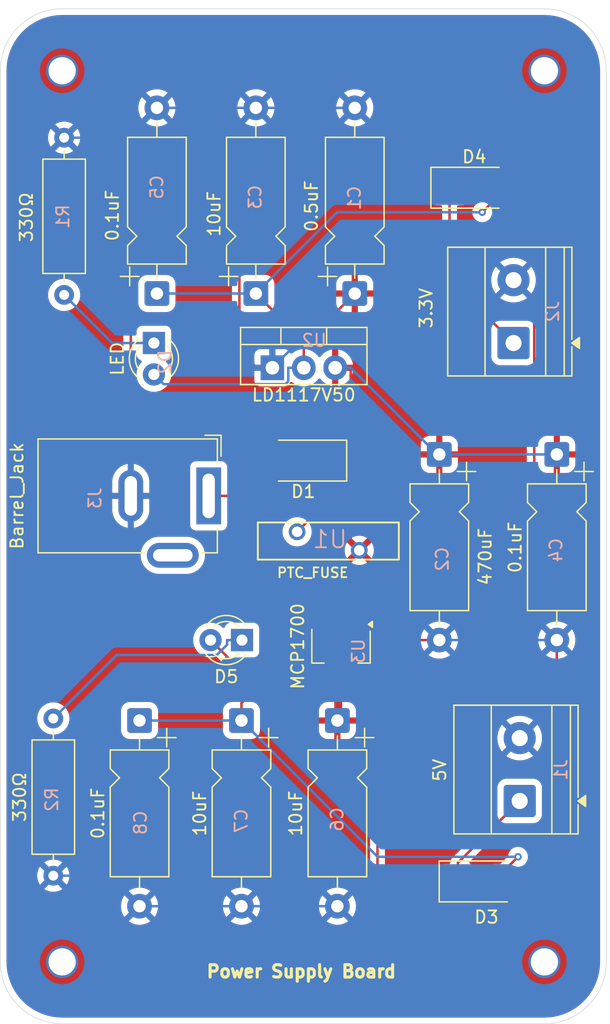
<source format=kicad_pcb>
(kicad_pcb (version 20241229) (generator "pcbnew") (generator_version "9.0")
  (layers (0 "F.Cu" signal) (2 "B.Cu" signal) (13 "F.Paste" user) (15 "B.Paste" user) (5 "F.SilkS" user "F.Silkscreen") (7 "B.SilkS" user "B.Silkscreen") (1 "F.Mask" user) (3 "B.Mask" user) (25 "Edge.Cuts" user))
  (net 0 "")
  (net 1 "/VR")
  (net 2 "GND")
  (net 3 "/5V")
  (net 4 "/3.3V")
  (net 5 "Net-(D1-A)")
  (net 6 "Net-(D1-K)")
  (net 7 "Net-(D2-K)")
  (net 8 "Net-(D3-K)")
  (net 9 "Net-(D4-K)")
  (net 10 "Net-(D5-K)")
  (footprint "Fuse:PTC_FUSE" (layer "F.Cu") (at 104.4895 71.8145)
    (property "Reference" "U1" (at 0.1355 -0.1395 0) (layer "B.SilkS") (effects (font (size 1.4 1.4)) (justify mirror)))
    (property "Value" "PTC_FUSE" (at -1.2645 2.5605 0) (layer "F.SilkS") (effects (font (size 0.787402 0.787402))))
    (fp_line (start -5.7 -1.5) (end -5.7 1.5) (stroke (width 0.1524)) (layer "F.SilkS"))
    (fp_line (start -5.7 1.5) (end 5.7 1.5) (stroke (width 0.1524)) (layer "F.SilkS"))
    (fp_line (start 5.7 -1.5) (end -5.7 -1.5) (stroke (width 0.1524)) (layer "F.SilkS"))
    (fp_line (start 5.7 1.5) (end 5.7 -1.5) (stroke (width 0.1524)) (layer "F.SilkS"))
    (pad "P$1" thru_hole circle (at -2.525 -0.75) (size 1.358 1.358) (drill 0.85) (layers "*.Cu" "*.Mask") (net 6 "Net-(D1-K)"))
    (pad "P$2" thru_hole circle (at 2.5 0.75) (size 1.358 1.358) (drill 0.85) (layers "*.Cu" "*.Mask") (net 1 "/VR"))
  )
  (footprint "Diode_SMD:D_SMA" (layer "F.Cu") (at 102.4645 65.3145 180)
    (property "Reference" "D1" (at 0 -2.5 0) (layer "F.SilkS"))
    (property "Value" "SS14")
    (fp_line (start -3.51 1.65) (end 2 1.65) (stroke (width 0.12)) (layer "F.SilkS"))
    (fp_line (start -3.51 -1.65) (end 2 -1.65) (stroke (width 0.12)) (layer "F.SilkS"))
    (fp_line (start -3.51 -1.65) (end -3.51 1.65) (stroke (width 0.12)) (layer "F.SilkS"))
    (pad "1" smd roundrect (at -2 0 180) (size 2.5 1.8) (layers "F.Cu" "F.Mask" "F.Paste") (roundrect_rratio 0.1388888889) (net 6 "Net-(D1-K)"))
    (pad "2" smd roundrect (at 2 0 180) (size 2.5 1.8) (layers "F.Cu" "F.Mask" "F.Paste") (roundrect_rratio 0.1388888889) (net 5 "Net-(D1-A)"))
  )
  (footprint "TerminalBlock_Phoenix:TerminalBlock_Phoenix_MKDS-1,5-2-5.08_1x02_P5.08mm_Horizontal" (layer "F.Cu") (at 119.9645 92.8145 90)
    (property "Reference" "J1" (at 2.5145 3.3355 90) (layer "B.SilkS") (effects (justify mirror)))
    (property "Value" "5V" (at 2.4895 -6.4645 90) (layer "F.SilkS"))
    (fp_line (start 7.74 -5.32) (end 7.74 4.72) (stroke (width 0.12)) (layer "F.SilkS"))
    (fp_line (start -2.66 -5.32) (end 7.74 -5.32) (stroke (width 0.12)) (layer "F.SilkS"))
    (fp_line (start -2.66 -2.3) (end 7.74 -2.3) (stroke (width 0.12)) (layer "F.SilkS"))
    (fp_line (start -2.66 2.6) (end 7.74 2.6) (stroke (width 0.12)) (layer "F.SilkS"))
    (fp_line (start -2.66 4.1) (end 7.74 4.1) (stroke (width 0.12)) (layer "F.SilkS"))
    (fp_line (start 7.74 4.72) (end 0.3 4.72) (stroke (width 0.12)) (layer "F.SilkS"))
    (fp_line (start -0.3 4.72) (end -2.66 4.72) (stroke (width 0.12)) (layer "F.SilkS"))
    (fp_line (start -2.66 4.72) (end -2.66 -5.32) (stroke (width 0.12)) (layer "F.SilkS"))
    (fp_poly (pts (xy 0 4.72) (xy 0.44 5.33) (xy -0.44 5.33)) (stroke (width 0.12)) (fill yes) (layer "F.SilkS"))
    (pad "1" thru_hole roundrect (at 0 0 90) (size 2.6 2.6) (drill 1.3) (layers "*.Cu" "*.Mask") (roundrect_rratio 0.096154) (net 8 "Net-(D3-K)"))
    (pad "2" thru_hole circle (at 5.08 0 90) (size 2.6 2.6) (drill 1.3) (layers "*.Cu" "*.Mask") (net 2 "GND"))
  )
  (footprint "Resistor_THT:R_Axial_DIN0309_L9.0mm_D3.2mm_P12.70mm_Horizontal" (layer "F.Cu") (at 83.125 51.925 90)
    (property "Reference" "R1" (at 6.325 -0.1 90) (layer "B.SilkS") (effects (justify mirror)))
    (property "Value" "330Ω" (at 6.275 -3.05 90) (layer "F.SilkS"))
    (fp_line (start 11.66 0) (end 10.97 0) (stroke (width 0.12)) (layer "F.SilkS"))
    (fp_line (start 1.04 0) (end 1.73 0) (stroke (width 0.12)) (layer "F.SilkS"))
    (fp_rect (start 1.73 -1.72) (end 10.97 1.72) (stroke (width 0.12)) (fill no) (layer "F.SilkS"))
    (pad "1" thru_hole circle (at 0 0 90) (size 1.6 1.6) (drill 0.8) (layers "*.Cu" "*.Mask") (net 7 "Net-(D2-K)"))
    (pad "2" thru_hole circle (at 12.7 0 90) (size 1.6 1.6) (drill 0.8) (layers "*.Cu" "*.Mask") (net 2 "GND"))
  )
  (footprint "Package_TO_SOT_THT:TO-220-3_Vertical" (layer "F.Cu") (at 99.9645 57.8145)
    (property "Reference" "U2" (at 3.3855 -2.2145 0) (layer "B.SilkS") (effects (justify mirror)))
    (property "Value" "LD1117V50" (at 2.54 2.2 0) (layer "F.SilkS"))
    (fp_line (start -2.57 -3.26) (end 7.65 -3.26) (stroke (width 0.12)) (layer "F.SilkS"))
    (fp_line (start -2.57 -1.88) (end 7.65 -1.88) (stroke (width 0.12)) (layer "F.SilkS"))
    (fp_line (start -2.57 1.36) (end -2.57 -3.26) (stroke (width 0.12)) (layer "F.SilkS"))
    (fp_line (start 0.69 -3.26) (end 0.69 -1.88) (stroke (width 0.12)) (layer "F.SilkS"))
    (fp_line (start 4.39 -3.26) (end 4.39 -1.88) (stroke (width 0.12)) (layer "F.SilkS"))
    (fp_line (start 7.65 -3.26) (end 7.65 1.36) (stroke (width 0.12)) (layer "F.SilkS"))
    (fp_line (start 7.65 1.36) (end -2.57 1.36) (stroke (width 0.12)) (layer "F.SilkS"))
    (pad "1" thru_hole rect (at 0 0) (size 1.905 2) (drill 1.1) (layers "*.Cu" "*.Mask") (net 2 "GND"))
    (pad "2" thru_hole oval (at 2.54 0) (size 1.905 2) (drill 1.1) (layers "*.Cu" "*.Mask") (net 3 "/5V"))
    (pad "3" thru_hole oval (at 5.08 0) (size 1.905 2) (drill 1.1) (layers "*.Cu" "*.Mask") (net 1 "/VR"))
  )
  (footprint "Capacitor_THT:CP_Axial_L10.0mm_D4.5mm_P15.00mm_Horizontal" (layer "F.Cu") (at 122.9645 64.8145 -90)
    (property "Reference" "C4" (at 7.7355 0.0645 90) (layer "B.SilkS") (effects (justify mirror)))
    (property "Value" "0.1uF" (at 7.5 3.37 90) (layer "F.SilkS"))
    (fp_line (start 2.38 2.37) (end 3.88 2.37) (stroke (width 0.12)) (layer "F.SilkS"))
    (fp_line (start 3.88 2.37) (end 4.63 1.62) (stroke (width 0.12)) (layer "F.SilkS"))
    (fp_line (start 5.38 2.37) (end 12.62 2.37) (stroke (width 0.12)) (layer "F.SilkS"))
    (fp_line (start 4.63 1.62) (end 5.38 2.37) (stroke (width 0.12)) (layer "F.SilkS"))
    (fp_line (start 1.24 0) (end 2.38 0) (stroke (width 0.12)) (layer "F.SilkS"))
    (fp_line (start 13.76 0) (end 12.62 0) (stroke (width 0.12)) (layer "F.SilkS"))
    (fp_line (start 4.63 -1.62) (end 5.38 -2.37) (stroke (width 0.12)) (layer "F.SilkS"))
    (fp_line (start 0.63 -2.2) (end 2.13 -2.2) (stroke (width 0.12)) (layer "F.SilkS"))
    (fp_line (start 2.38 -2.37) (end 2.38 2.37) (stroke (width 0.12)) (layer "F.SilkS"))
    (fp_line (start 2.38 -2.37) (end 3.88 -2.37) (stroke (width 0.12)) (layer "F.SilkS"))
    (fp_line (start 3.88 -2.37) (end 4.63 -1.62) (stroke (width 0.12)) (layer "F.SilkS"))
    (fp_line (start 5.38 -2.37) (end 12.62 -2.37) (stroke (width 0.12)) (layer "F.SilkS"))
    (fp_line (start 12.62 -2.37) (end 12.62 2.37) (stroke (width 0.12)) (layer "F.SilkS"))
    (fp_line (start 1.38 -2.95) (end 1.38 -1.45) (stroke (width 0.12)) (layer "F.SilkS"))
    (pad "1" thru_hole roundrect (at 0 0 270) (size 2 2) (drill 1) (layers "*.Cu" "*.Mask") (roundrect_rratio 0.125) (net 1 "/VR"))
    (pad "2" thru_hole circle (at 15 0 270) (size 2 2) (drill 1) (layers "*.Cu" "*.Mask") (net 2 "GND"))
  )
  (footprint "Capacitor_THT:CP_Axial_L10.0mm_D4.5mm_P15.00mm_Horizontal" (layer "F.Cu") (at 98.627 51.8145 90)
    (property "Reference" "C3" (at 7.7895 -0.052 90) (layer "B.SilkS") (effects (justify mirror)))
    (property "Value" "10uF" (at 6.4395 -3.377 90) (layer "F.SilkS"))
    (fp_line (start 1.38 -2.95) (end 1.38 -1.45) (stroke (width 0.12)) (layer "F.SilkS"))
    (fp_line (start 12.62 -2.37) (end 12.62 2.37) (stroke (width 0.12)) (layer "F.SilkS"))
    (fp_line (start 5.38 -2.37) (end 12.62 -2.37) (stroke (width 0.12)) (layer "F.SilkS"))
    (fp_line (start 3.88 -2.37) (end 4.63 -1.62) (stroke (width 0.12)) (layer "F.SilkS"))
    (fp_line (start 2.38 -2.37) (end 3.88 -2.37) (stroke (width 0.12)) (layer "F.SilkS"))
    (fp_line (start 2.38 -2.37) (end 2.38 2.37) (stroke (width 0.12)) (layer "F.SilkS"))
    (fp_line (start 0.63 -2.2) (end 2.13 -2.2) (stroke (width 0.12)) (layer "F.SilkS"))
    (fp_line (start 4.63 -1.62) (end 5.38 -2.37) (stroke (width 0.12)) (layer "F.SilkS"))
    (fp_line (start 13.76 0) (end 12.62 0) (stroke (width 0.12)) (layer "F.SilkS"))
    (fp_line (start 1.24 0) (end 2.38 0) (stroke (width 0.12)) (layer "F.SilkS"))
    (fp_line (start 4.63 1.62) (end 5.38 2.37) (stroke (width 0.12)) (layer "F.SilkS"))
    (fp_line (start 5.38 2.37) (end 12.62 2.37) (stroke (width 0.12)) (layer "F.SilkS"))
    (fp_line (start 3.88 2.37) (end 4.63 1.62) (stroke (width 0.12)) (layer "F.SilkS"))
    (fp_line (start 2.38 2.37) (end 3.88 2.37) (stroke (width 0.12)) (layer "F.SilkS"))
    (pad "1" thru_hole roundrect (at 0 0 90) (size 2 2) (drill 1) (layers "*.Cu" "*.Mask") (roundrect_rratio 0.125) (net 3 "/5V"))
    (pad "2" thru_hole circle (at 15 0 90) (size 2 2) (drill 1) (layers "*.Cu" "*.Mask") (net 2 "GND"))
  )
  (footprint "Connector_BarrelJack:BarrelJack_GCT_DCJ200-10-A_Horizontal" (layer "F.Cu") (at 94.8145 68.1645 -90)
    (property "Reference" "J3" (at 0.1855 9.1895 90) (layer "B.SilkS") (effects (justify mirror)))
    (property "Value" "Barrel_Jack" (at 0 15.5 90) (layer "F.SilkS"))
    (fp_line (start -4.6 13.8) (end -4.6 -0.7) (stroke (width 0.12)) (layer "F.SilkS"))
    (fp_line (start 4.6 13.8) (end -4.6 13.8) (stroke (width 0.12)) (layer "F.SilkS"))
    (fp_line (start 4.6 5.2) (end 4.6 13.8) (stroke (width 0.12)) (layer "F.SilkS"))
    (fp_line (start -4.6 -0.7) (end -2.6 -0.7) (stroke (width 0.12)) (layer "F.SilkS"))
    (fp_line (start 2.6 -0.7) (end 4.6 -0.7) (stroke (width 0.12)) (layer "F.SilkS"))
    (fp_line (start 4.6 -0.7) (end 4.6 0.6) (stroke (width 0.12)) (layer "F.SilkS"))
    (fp_line (start -4.9 -1) (end -4.9 0.3) (stroke (width 0.12)) (layer "F.SilkS"))
    (fp_line (start -3.2 -1) (end -4.9 -1) (stroke (width 0.12)) (layer "F.SilkS"))
    (pad "1" thru_hole rect (at 0 0 270) (size 4.6 2) (drill oval 3.6 1) (layers "*.Cu" "*.Mask") (net 5 "Net-(D1-A)"))
    (pad "2" thru_hole oval (at 0 6.3 270) (size 4.2 2) (drill oval 3.2 1) (layers "*.Cu" "*.Mask") (net 2 "GND"))
    (pad "3" thru_hole oval (at 4.8 2.9 270) (size 2 4.2) (drill oval 1 3.2) (layers "*.Cu" "*.Mask"))
  )
  (footprint "MountingHole:MountingHole_2.2mm_M2_DIN965_Pad_TopOnly" (layer "F.Cu") (at 121.9645 105.8145)
    (property "Reference" "H2" (hide yes))
    (property "Value" "MountingHole" (hide yes))
    (pad "1" thru_hole circle (at 0 0) (size 2.6 2.6) (drill 2.2) (layers "*.Cu" "*.Mask"))
    (pad "1" connect circle (at 0 0) (size 3.8 3.8) (layers "F.Cu" "F.Mask"))
  )
  (footprint "Capacitor_THT:CP_Axial_L10.0mm_D4.5mm_P15.00mm_Horizontal" (layer "F.Cu") (at 105.222 86.3145 -90)
    (property "Reference" "C6" (at 7.9855 0.022 90) (layer "B.SilkS") (effects (justify mirror)))
    (property "Value" "10uF" (at 7.5 3.37 90) (layer "F.SilkS"))
    (fp_line (start 2.38 2.37) (end 3.88 2.37) (stroke (width 0.12)) (layer "F.SilkS"))
    (fp_line (start 3.88 2.37) (end 4.63 1.62) (stroke (width 0.12)) (layer "F.SilkS"))
    (fp_line (start 5.38 2.37) (end 12.62 2.37) (stroke (width 0.12)) (layer "F.SilkS"))
    (fp_line (start 4.63 1.62) (end 5.38 2.37) (stroke (width 0.12)) (layer "F.SilkS"))
    (fp_line (start 1.24 0) (end 2.38 0) (stroke (width 0.12)) (layer "F.SilkS"))
    (fp_line (start 13.76 0) (end 12.62 0) (stroke (width 0.12)) (layer "F.SilkS"))
    (fp_line (start 4.63 -1.62) (end 5.38 -2.37) (stroke (width 0.12)) (layer "F.SilkS"))
    (fp_line (start 0.63 -2.2) (end 2.13 -2.2) (stroke (width 0.12)) (layer "F.SilkS"))
    (fp_line (start 2.38 -2.37) (end 2.38 2.37) (stroke (width 0.12)) (layer "F.SilkS"))
    (fp_line (start 2.38 -2.37) (end 3.88 -2.37) (stroke (width 0.12)) (layer "F.SilkS"))
    (fp_line (start 3.88 -2.37) (end 4.63 -1.62) (stroke (width 0.12)) (layer "F.SilkS"))
    (fp_line (start 5.38 -2.37) (end 12.62 -2.37) (stroke (width 0.12)) (layer "F.SilkS"))
    (fp_line (start 12.62 -2.37) (end 12.62 2.37) (stroke (width 0.12)) (layer "F.SilkS"))
    (fp_line (start 1.38 -2.95) (end 1.38 -1.45) (stroke (width 0.12)) (layer "F.SilkS"))
    (pad "1" thru_hole roundrect (at 0 0 270) (size 2 2) (drill 1) (layers "*.Cu" "*.Mask") (roundrect_rratio 0.125) (net 1 "/VR"))
    (pad "2" thru_hole circle (at 15 0 270) (size 2 2) (drill 1) (layers "*.Cu" "*.Mask") (net 2 "GND"))
  )
  (footprint "MountingHole:MountingHole_2.2mm_M2_DIN965_Pad_TopOnly" (layer "F.Cu") (at 82.9645 105.8145)
    (property "Reference" "H3" (hide yes))
    (property "Value" "MountingHole" (hide yes))
    (pad "1" thru_hole circle (at 0 0) (size 2.6 2.6) (drill 2.2) (layers "*.Cu" "*.Mask"))
    (pad "1" connect circle (at 0 0) (size 3.8 3.8) (layers "F.Cu" "F.Mask"))
  )
  (footprint "Diode_SMD:D_SMA" (layer "F.Cu") (at 116.292 43.2695)
    (property "Reference" "D4" (at 0 -2.5 0) (layer "F.SilkS"))
    (property "Value" "SS14")
    (fp_line (start -3.51 -1.65) (end -3.51 1.65) (stroke (width 0.12)) (layer "F.SilkS"))
    (fp_line (start -3.51 -1.65) (end 2 -1.65) (stroke (width 0.12)) (layer "F.SilkS"))
    (fp_line (start -3.51 1.65) (end 2 1.65) (stroke (width 0.12)) (layer "F.SilkS"))
    (pad "1" smd roundrect (at -2 0) (size 2.5 1.8) (layers "F.Cu" "F.Mask" "F.Paste") (roundrect_rratio 0.1388888889) (net 9 "Net-(D4-K)"))
    (pad "2" smd roundrect (at 2 0) (size 2.5 1.8) (layers "F.Cu" "F.Mask" "F.Paste") (roundrect_rratio 0.1388888889) (net 3 "/5V"))
  )
  (footprint "Capacitor_THT:CP_Axial_L10.0mm_D4.5mm_P15.00mm_Horizontal" (layer "F.Cu") (at 90.627 51.8145 90)
    (property "Reference" "C5" (at 8.5895 -0.002 90) (layer "B.SilkS") (effects (justify mirror)))
    (property "Value" "0.1uF" (at 6.3145 -3.602 90) (layer "F.SilkS"))
    (fp_line (start 1.38 -2.95) (end 1.38 -1.45) (stroke (width 0.12)) (layer "F.SilkS"))
    (fp_line (start 12.62 -2.37) (end 12.62 2.37) (stroke (width 0.12)) (layer "F.SilkS"))
    (fp_line (start 5.38 -2.37) (end 12.62 -2.37) (stroke (width 0.12)) (layer "F.SilkS"))
    (fp_line (start 3.88 -2.37) (end 4.63 -1.62) (stroke (width 0.12)) (layer "F.SilkS"))
    (fp_line (start 2.38 -2.37) (end 3.88 -2.37) (stroke (width 0.12)) (layer "F.SilkS"))
    (fp_line (start 2.38 -2.37) (end 2.38 2.37) (stroke (width 0.12)) (layer "F.SilkS"))
    (fp_line (start 0.63 -2.2) (end 2.13 -2.2) (stroke (width 0.12)) (layer "F.SilkS"))
    (fp_line (start 4.63 -1.62) (end 5.38 -2.37) (stroke (width 0.12)) (layer "F.SilkS"))
    (fp_line (start 13.76 0) (end 12.62 0) (stroke (width 0.12)) (layer "F.SilkS"))
    (fp_line (start 1.24 0) (end 2.38 0) (stroke (width 0.12)) (layer "F.SilkS"))
    (fp_line (start 4.63 1.62) (end 5.38 2.37) (stroke (width 0.12)) (layer "F.SilkS"))
    (fp_line (start 5.38 2.37) (end 12.62 2.37) (stroke (width 0.12)) (layer "F.SilkS"))
    (fp_line (start 3.88 2.37) (end 4.63 1.62) (stroke (width 0.12)) (layer "F.SilkS"))
    (fp_line (start 2.38 2.37) (end 3.88 2.37) (stroke (width 0.12)) (layer "F.SilkS"))
    (pad "1" thru_hole roundrect (at 0 0 90) (size 2 2) (drill 1) (layers "*.Cu" "*.Mask") (roundrect_rratio 0.125) (net 3 "/5V"))
    (pad "2" thru_hole circle (at 15 0 90) (size 2 2) (drill 1) (layers "*.Cu" "*.Mask") (net 2 "GND"))
  )
  (footprint "TerminalBlock_Phoenix:TerminalBlock_Phoenix_MKDS-1,5-2-5.08_1x02_P5.08mm_Horizontal" (layer "F.Cu") (at 119.4645 55.8145 90)
    (property "Reference" "J2" (at 2.54 3.1605 90) (layer "B.SilkS") (effects (justify mirror)))
    (property "Value" "3.3V" (at 2.8145 -7.0645 90) (layer "F.SilkS"))
    (fp_line (start 7.74 -5.32) (end 7.74 4.72) (stroke (width 0.12)) (layer "F.SilkS"))
    (fp_line (start -2.66 -5.32) (end 7.74 -5.32) (stroke (width 0.12)) (layer "F.SilkS"))
    (fp_line (start -2.66 -2.3) (end 7.74 -2.3) (stroke (width 0.12)) (layer "F.SilkS"))
    (fp_line (start -2.66 2.6) (end 7.74 2.6) (stroke (width 0.12)) (layer "F.SilkS"))
    (fp_line (start -2.66 4.1) (end 7.74 4.1) (stroke (width 0.12)) (layer "F.SilkS"))
    (fp_line (start 7.74 4.72) (end 0.3 4.72) (stroke (width 0.12)) (layer "F.SilkS"))
    (fp_line (start -0.3 4.72) (end -2.66 4.72) (stroke (width 0.12)) (layer "F.SilkS"))
    (fp_line (start -2.66 4.72) (end -2.66 -5.32) (stroke (width 0.12)) (layer "F.SilkS"))
    (fp_poly (pts (xy 0 4.72) (xy 0.44 5.33) (xy -0.44 5.33)) (stroke (width 0.12)) (fill yes) (layer "F.SilkS"))
    (pad "1" thru_hole roundrect (at 0 0 90) (size 2.6 2.6) (drill 1.3) (layers "*.Cu" "*.Mask") (roundrect_rratio 0.096154) (net 9 "Net-(D4-K)"))
    (pad "2" thru_hole circle (at 5.08 0 90) (size 2.6 2.6) (drill 1.3) (layers "*.Cu" "*.Mask") (net 2 "GND"))
  )
  (footprint "Resistor_THT:R_Axial_DIN0309_L9.0mm_D3.2mm_P12.70mm_Horizontal" (layer "F.Cu") (at 82.25 86.15 -90)
    (property "Reference" "R2" (at 6.55 0.125 90) (layer "B.SilkS") (effects (justify mirror)))
    (property "Value" "330Ω" (at 6.35 2.72 90) (layer "F.SilkS"))
    (fp_line (start 1.04 0) (end 1.73 0) (stroke (width 0.12)) (layer "F.SilkS"))
    (fp_line (start 11.66 0) (end 10.97 0) (stroke (width 0.12)) (layer "F.SilkS"))
    (fp_rect (start 1.73 -1.72) (end 10.97 1.72) (stroke (width 0.12)) (fill no) (layer "F.SilkS"))
    (pad "1" thru_hole circle (at 0 0 270) (size 1.6 1.6) (drill 0.8) (layers "*.Cu" "*.Mask") (net 10 "Net-(D5-K)"))
    (pad "2" thru_hole circle (at 12.7 0 270) (size 1.6 1.6) (drill 0.8) (layers "*.Cu" "*.Mask") (net 2 "GND"))
  )
  (footprint "MountingHole:MountingHole_2.2mm_M2_DIN965_Pad_TopOnly" (layer "F.Cu") (at 121.9645 33.8145)
    (property "Reference" "H1" (hide yes))
    (property "Value" "MountingHole" (hide yes))
    (pad "1" thru_hole circle (at 0 0) (size 2.6 2.6) (drill 2.2) (layers "*.Cu" "*.Mask"))
    (pad "1" connect circle (at 0 0) (size 3.8 3.8) (layers "F.Cu" "F.Mask"))
  )
  (footprint "Capacitor_THT:CP_Axial_L10.0mm_D4.5mm_P15.00mm_Horizontal" (layer "F.Cu") (at 113.4645 64.8145 -90)
    (property "Reference" "C2" (at 8.4605 -0.2355 90) (layer "B.SilkS") (effects (justify mirror)))
    (property "Value" "470uF" (at 8.2605 -3.7105 90) (layer "F.SilkS"))
    (fp_line (start 2.38 2.37) (end 3.88 2.37) (stroke (width 0.12)) (layer "F.SilkS"))
    (fp_line (start 3.88 2.37) (end 4.63 1.62) (stroke (width 0.12)) (layer "F.SilkS"))
    (fp_line (start 5.38 2.37) (end 12.62 2.37) (stroke (width 0.12)) (layer "F.SilkS"))
    (fp_line (start 4.63 1.62) (end 5.38 2.37) (stroke (width 0.12)) (layer "F.SilkS"))
    (fp_line (start 1.24 0) (end 2.38 0) (stroke (width 0.12)) (layer "F.SilkS"))
    (fp_line (start 13.76 0) (end 12.62 0) (stroke (width 0.12)) (layer "F.SilkS"))
    (fp_line (start 4.63 -1.62) (end 5.38 -2.37) (stroke (width 0.12)) (layer "F.SilkS"))
    (fp_line (start 0.63 -2.2) (end 2.13 -2.2) (stroke (width 0.12)) (layer "F.SilkS"))
    (fp_line (start 2.38 -2.37) (end 2.38 2.37) (stroke (width 0.12)) (layer "F.SilkS"))
    (fp_line (start 2.38 -2.37) (end 3.88 -2.37) (stroke (width 0.12)) (layer "F.SilkS"))
    (fp_line (start 3.88 -2.37) (end 4.63 -1.62) (stroke (width 0.12)) (layer "F.SilkS"))
    (fp_line (start 5.38 -2.37) (end 12.62 -2.37) (stroke (width 0.12)) (layer "F.SilkS"))
    (fp_line (start 12.62 -2.37) (end 12.62 2.37) (stroke (width 0.12)) (layer "F.SilkS"))
    (fp_line (start 1.38 -2.95) (end 1.38 -1.45) (stroke (width 0.12)) (layer "F.SilkS"))
    (pad "1" thru_hole roundrect (at 0 0 270) (size 2 2) (drill 1) (layers "*.Cu" "*.Mask") (roundrect_rratio 0.125) (net 1 "/VR"))
    (pad "2" thru_hole circle (at 15 0 270) (size 2 2) (drill 1) (layers "*.Cu" "*.Mask") (net 2 "GND"))
  )
  (footprint "Capacitor_THT:CP_Axial_L10.0mm_D4.5mm_P15.00mm_Horizontal" (layer "F.Cu") (at 106.627 51.8145 90)
    (property "Reference" "C1" (at 7.7145 -0.027 90) (layer "B.SilkS") (effects (justify mirror)))
    (property "Value" "0.5uF" (at 7.0645 -3.502 90) (layer "F.SilkS"))
    (fp_line (start 1.38 -2.95) (end 1.38 -1.45) (stroke (width 0.12)) (layer "F.SilkS"))
    (fp_line (start 12.62 -2.37) (end 12.62 2.37) (stroke (width 0.12)) (layer "F.SilkS"))
    (fp_line (start 5.38 -2.37) (end 12.62 -2.37) (stroke (width 0.12)) (layer "F.SilkS"))
    (fp_line (start 3.88 -2.37) (end 4.63 -1.62) (stroke (width 0.12)) (layer "F.SilkS"))
    (fp_line (start 2.38 -2.37) (end 3.88 -2.37) (stroke (width 0.12)) (layer "F.SilkS"))
    (fp_line (start 2.38 -2.37) (end 2.38 2.37) (stroke (width 0.12)) (layer "F.SilkS"))
    (fp_line (start 0.63 -2.2) (end 2.13 -2.2) (stroke (width 0.12)) (layer "F.SilkS"))
    (fp_line (start 4.63 -1.62) (end 5.38 -2.37) (stroke (width 0.12)) (layer "F.SilkS"))
    (fp_line (start 13.76 0) (end 12.62 0) (stroke (width 0.12)) (layer "F.SilkS"))
    (fp_line (start 1.24 0) (end 2.38 0) (stroke (width 0.12)) (layer "F.SilkS"))
    (fp_line (start 4.63 1.62) (end 5.38 2.37) (stroke (width 0.12)) (layer "F.SilkS"))
    (fp_line (start 5.38 2.37) (end 12.62 2.37) (stroke (width 0.12)) (layer "F.SilkS"))
    (fp_line (start 3.88 2.37) (end 4.63 1.62) (stroke (width 0.12)) (layer "F.SilkS"))
    (fp_line (start 2.38 2.37) (end 3.88 2.37) (stroke (width 0.12)) (layer "F.SilkS"))
    (pad "1" thru_hole roundrect (at 0 0 90) (size 2 2) (drill 1) (layers "*.Cu" "*.Mask") (roundrect_rratio 0.125) (net 1 "/VR"))
    (pad "2" thru_hole circle (at 15 0 90) (size 2 2) (drill 1) (layers "*.Cu" "*.Mask") (net 2 "GND"))
  )
  (footprint "LED_THT:LED_D3.0mm" (layer "F.Cu") (at 90.3845 55.8145 -90)
    (property "Reference" "D2" (at 1.5355 -0.8905 90) (layer "B.SilkS") (effects (justify mirror)))
    (property "Value" "LED" (at 1.27 2.96 90) (layer "F.SilkS"))
    (fp_line (start -0.29 1.08) (end -0.29 1.236) (stroke (width 0.12)) (layer "F.SilkS"))
    (fp_line (start -0.29 -1.236) (end -0.29 -1.08) (stroke (width 0.12)) (layer "F.SilkS"))
    (fp_arc (start 2.310961 1.08) (mid 1.27 1.5) (end 0.229039 1.08) (stroke (width 0.12)) (layer "F.SilkS"))
    (fp_arc (start 2.941437 1.08) (mid 1.36566 1.987699) (end -0.29 1.235516) (stroke (width 0.12)) (layer "F.SilkS"))
    (fp_arc (start 0.229039 -1.08) (mid 1.27 -1.5) (end 2.310961 -1.08) (stroke (width 0.12)) (layer "F.SilkS"))
    (fp_arc (start -0.29 -1.235516) (mid 1.36566 -1.987699) (end 2.941437 -1.08) (stroke (width 0.12)) (layer "F.SilkS"))
    (pad "1" thru_hole rect (at 0 0 270) (size 1.8 1.8) (drill 0.9) (layers "*.Cu" "*.Mask") (net 7 "Net-(D2-K)"))
    (pad "2" thru_hole circle (at 2.54 0 270) (size 1.8 1.8) (drill 0.9) (layers "*.Cu" "*.Mask") (net 3 "/5V"))
  )
  (footprint "Capacitor_THT:CP_Axial_L10.0mm_D4.5mm_P15.00mm_Horizontal" (layer "F.Cu") (at 89.222 86.3145 -90)
    (property "Reference" "C8" (at 8.2605 -0.078 90) (layer "B.SilkS") (effects (justify mirror)))
    (property "Value" "0.1uF" (at 7.5 3.37 90) (layer "F.SilkS"))
    (fp_line (start 2.38 2.37) (end 3.88 2.37) (stroke (width 0.12)) (layer "F.SilkS"))
    (fp_line (start 3.88 2.37) (end 4.63 1.62) (stroke (width 0.12)) (layer "F.SilkS"))
    (fp_line (start 5.38 2.37) (end 12.62 2.37) (stroke (width 0.12)) (layer "F.SilkS"))
    (fp_line (start 4.63 1.62) (end 5.38 2.37) (stroke (width 0.12)) (layer "F.SilkS"))
    (fp_line (start 1.24 0) (end 2.38 0) (stroke (width 0.12)) (layer "F.SilkS"))
    (fp_line (start 13.76 0) (end 12.62 0) (stroke (width 0.12)) (layer "F.SilkS"))
    (fp_line (start 4.63 -1.62) (end 5.38 -2.37) (stroke (width 0.12)) (layer "F.SilkS"))
    (fp_line (start 0.63 -2.2) (end 2.13 -2.2) (stroke (width 0.12)) (layer "F.SilkS"))
    (fp_line (start 2.38 -2.37) (end 2.38 2.37) (stroke (width 0.12)) (layer "F.SilkS"))
    (fp_line (start 2.38 -2.37) (end 3.88 -2.37) (stroke (width 0.12)) (layer "F.SilkS"))
    (fp_line (start 3.88 -2.37) (end 4.63 -1.62) (stroke (width 0.12)) (layer "F.SilkS"))
    (fp_line (start 5.38 -2.37) (end 12.62 -2.37) (stroke (width 0.12)) (layer "F.SilkS"))
    (fp_line (start 12.62 -2.37) (end 12.62 2.37) (stroke (width 0.12)) (layer "F.SilkS"))
    (fp_line (start 1.38 -2.95) (end 1.38 -1.45) (stroke (width 0.12)) (layer "F.SilkS"))
    (pad "1" thru_hole roundrect (at 0 0 270) (size 2 2) (drill 1) (layers "*.Cu" "*.Mask") (roundrect_rratio 0.125) (net 4 "/3.3V"))
    (pad "2" thru_hole circle (at 15 0 270) (size 2 2) (drill 1) (layers "*.Cu" "*.Mask") (net 2 "GND"))
  )
  (footprint "Package_TO_SOT_SMD:SOT-89-3" (layer "F.Cu") (at 105.5145 80.3145 -90)
    (property "Reference" "U3" (at 0.3855 -1.4105 90) (layer "B.SilkS") (effects (justify mirror)))
    (property "Value" "MCP1700" (at 0 3.5 90) (layer "F.SilkS"))
    (fp_line (start 1.36 2.36) (end -1.36 2.36) (stroke (width 0.12)) (layer "F.SilkS"))
    (fp_line (start 1.36 1.38) (end 1.36 2.36) (stroke (width 0.12)) (layer "F.SilkS"))
    (fp_line (start 1.36 -1.38) (end 1.36 -2.36) (stroke (width 0.12)) (layer "F.SilkS"))
    (fp_line (start -1.22 -2.36) (end 1.36 -2.36) (stroke (width 0.12)) (layer "F.SilkS"))
    (fp_poly (pts (xy -1.77 -2.21) (xy -2.01 -2.54) (xy -1.53 -2.54) (xy -1.77 -2.21)) (stroke (width 0.12)) (fill yes) (layer "F.SilkS"))
    (pad "1" smd roundrect (at -1.95 -1.5 270) (size 1.3 0.9) (layers "F.Cu" "F.Mask" "F.Paste") (net 2 "GND"))
    (pad "2" smd custom (at -1.8625 0 270) (size 1.475 0.9) (layers "F.Cu" "F.Mask" "F.Paste") (net 1 "/VR") (options (clearance outline) (anchor rect)) (primitives (gr_poly (pts (xy 3.8625 0.8665) (xy 0.7375 0.8665) (xy 0.7375 -0.8665) (xy 3.8625 -0.8665)) (width 0) (fill yes))))
    (pad "3" smd roundrect (at -1.95 1.5 270) (size 1.3 0.9) (layers "F.Cu" "F.Mask" "F.Paste") (net 4 "/3.3V"))
  )
  (footprint "MountingHole:MountingHole_2.2mm_M2_DIN965_Pad_TopOnly" (layer "F.Cu") (at 82.9645 33.8145)
    (property "Reference" "H4" (hide yes))
    (property "Value" "MountingHole" (hide yes))
    (pad "1" thru_hole circle (at 0 0) (size 2.6 2.6) (drill 2.2) (layers "*.Cu" "*.Mask"))
    (pad "1" connect circle (at 0 0) (size 3.8 3.8) (layers "F.Cu" "F.Mask"))
  )
  (footprint "LED_THT:LED_D3.0mm" (layer "F.Cu") (at 97.5045 79.8145 180)
    (property "Reference" "D5" (at 1.27 -2.96 0) (layer "F.SilkS"))
    (property "Value" "LED")
    (fp_line (start -0.29 1.08) (end -0.29 1.236) (stroke (width 0.12)) (layer "F.SilkS"))
    (fp_line (start -0.29 -1.236) (end -0.29 -1.08) (stroke (width 0.12)) (layer "F.SilkS"))
    (fp_arc (start 2.941437 1.08) (mid 1.36566 1.987699) (end -0.29 1.235516) (stroke (width 0.12)) (layer "F.SilkS"))
    (fp_arc (start 2.310961 1.08) (mid 1.27 1.5) (end 0.229039 1.08) (stroke (width 0.12)) (layer "F.SilkS"))
    (fp_arc (start 0.229039 -1.08) (mid 1.27 -1.5) (end 2.310961 -1.08) (stroke (width 0.12)) (layer "F.SilkS"))
    (fp_arc (start -0.29 -1.235516) (mid 1.36566 -1.987699) (end 2.941437 -1.08) (stroke (width 0.12)) (layer "F.SilkS"))
    (pad "1" thru_hole rect (at 0 0 180) (size 1.8 1.8) (drill 0.9) (layers "*.Cu" "*.Mask") (net 10 "Net-(D5-K)"))
    (pad "2" thru_hole circle (at 2.54 0 180) (size 1.8 1.8) (drill 0.9) (layers "*.Cu" "*.Mask") (net 4 "/3.3V"))
  )
  (footprint "Capacitor_THT:CP_Axial_L10.0mm_D4.5mm_P15.00mm_Horizontal" (layer "F.Cu") (at 97.4645 86.3145 -90)
    (property "Reference" "C7" (at 8.1105 0.0145 90) (layer "B.SilkS") (effects (justify mirror)))
    (property "Value" "10uF" (at 7.5 3.37 90) (layer "F.SilkS"))
    (fp_line (start 2.38 2.37) (end 3.88 2.37) (stroke (width 0.12)) (layer "F.SilkS"))
    (fp_line (start 3.88 2.37) (end 4.63 1.62) (stroke (width 0.12)) (layer "F.SilkS"))
    (fp_line (start 5.38 2.37) (end 12.62 2.37) (stroke (width 0.12)) (layer "F.SilkS"))
    (fp_line (start 4.63 1.62) (end 5.38 2.37) (stroke (width 0.12)) (layer "F.SilkS"))
    (fp_line (start 1.24 0) (end 2.38 0) (stroke (width 0.12)) (layer "F.SilkS"))
    (fp_line (start 13.76 0) (end 12.62 0) (stroke (width 0.12)) (layer "F.SilkS"))
    (fp_line (start 4.63 -1.62) (end 5.38 -2.37) (stroke (width 0.12)) (layer "F.SilkS"))
    (fp_line (start 0.63 -2.2) (end 2.13 -2.2) (stroke (width 0.12)) (layer "F.SilkS"))
    (fp_line (start 2.38 -2.37) (end 2.38 2.37) (stroke (width 0.12)) (layer "F.SilkS"))
    (fp_line (start 2.38 -2.37) (end 3.88 -2.37) (stroke (width 0.12)) (layer "F.SilkS"))
    (fp_line (start 3.88 -2.37) (end 4.63 -1.62) (stroke (width 0.12)) (layer "F.SilkS"))
    (fp_line (start 5.38 -2.37) (end 12.62 -2.37) (stroke (width 0.12)) (layer "F.SilkS"))
    (fp_line (start 12.62 -2.37) (end 12.62 2.37) (stroke (width 0.12)) (layer "F.SilkS"))
    (fp_line (start 1.38 -2.95) (end 1.38 -1.45) (stroke (width 0.12)) (layer "F.SilkS"))
    (pad "1" thru_hole roundrect (at 0 0 270) (size 2 2) (drill 1) (layers "*.Cu" "*.Mask") (roundrect_rratio 0.125) (net 4 "/3.3V"))
    (pad "2" thru_hole circle (at 15 0 270) (size 2 2) (drill 1) (layers "*.Cu" "*.Mask") (net 2 "GND"))
  )
  (footprint "Diode_SMD:D_SMA" (layer "F.Cu") (at 116.9645 99.3145)
    (property "Reference" "D3" (at 0.3105 2.8855 0) (layer "F.SilkS"))
    (property "Value" "SS14")
    (fp_line (start -3.51 -1.65) (end -3.51 1.65) (stroke (width 0.12)) (layer "F.SilkS"))
    (fp_line (start -3.51 -1.65) (end 2 -1.65) (stroke (width 0.12)) (layer "F.SilkS"))
    (fp_line (start -3.51 1.65) (end 2 1.65) (stroke (width 0.12)) (layer "F.SilkS"))
    (pad "1" smd roundrect (at -2 0) (size 2.5 1.8) (layers "F.Cu" "F.Mask" "F.Paste") (roundrect_rratio 0.1388888889) (net 8 "Net-(D3-K)"))
    (pad "2" smd roundrect (at 2 0) (size 2.5 1.8) (layers "F.Cu" "F.Mask" "F.Paste") (roundrect_rratio 0.1388888889) (net 4 "/3.3V"))
  )
  (gr_arc (start 77.964466 33.814466) (mid 79.428932 30.278932) (end 82.964466 28.814466) (stroke (width 0.05)) (layer "Edge.Cuts"))
  (gr_line (start 126.964466 33.814466) (end 126.964466 105.814466) (stroke (width 0.05)) (layer "Edge.Cuts"))
  (gr_arc (start 126.964466 105.814466) (mid 125.5 109.35) (end 121.964466 110.814466) (stroke (width 0.05)) (layer "Edge.Cuts"))
  (gr_line (start 77.964466 105.814466) (end 77.964466 33.814466) (stroke (width 0.05)) (layer "Edge.Cuts"))
  (gr_arc (start 82.964466 110.814466) (mid 79.428932 109.35) (end 77.964466 105.814466) (stroke (width 0.05)) (layer "Edge.Cuts"))
  (gr_arc (start 121.964466 28.814466) (mid 125.5 30.278932) (end 126.964466 33.814466) (stroke (width 0.05)) (layer "Edge.Cuts"))
  (gr_line (start 121.964466 110.814466) (end 82.964466 110.814466) (stroke (width 0.05)) (layer "Edge.Cuts"))
  (gr_line (start 82.964466 28.814466) (end 121.964466 28.814466) (stroke (width 0.05)) (layer "Edge.Cuts"))
  (gr_text "Power Supply Board\n" (at 94.525 107.175 0) (layer "F.SilkS") (effects (font (size 1 1) (thickness 0.25) (bold yes)) (justify left bottom)))
  (segment (start 105.0445 57.8145) (end 106.2987 57.8145) (width 0.2) (layer "F.Cu") (net 1))
  (segment (start 105.222 86.3145) (end 105.5145 86.022) (width 0.2) (layer "F.Cu") (net 1))
  (segment (start 105.0445 53.397) (end 106.627 51.8145) (width 0.2) (layer "F.Cu") (net 1))
  (segment (start 106.2987 71.8737) (end 106.9895 72.5645) (width 0.2) (layer "F.Cu") (net 1))
  (segment (start 105.5145 78.452) (end 105.5145 74.0395) (width 0.2) (layer "F.Cu") (net 1))
  (segment (start 105.5145 86.022) (end 105.5145 78.452) (width 0.2) (layer "F.Cu") (net 1))
  (segment (start 105.5145 74.0395) (end 106.9895 72.5645) (width 0.2) (layer "F.Cu") (net 1))
  (segment (start 105.0445 57.8145) (end 105.0445 53.397) (width 0.2) (layer "F.Cu") (net 1))
  (segment (start 106.2987 57.8145) (end 106.2987 71.8737) (width 0.2) (layer "F.Cu") (net 1))
  (segment (start 105.0445 57.8145) (end 106.2987 57.8145) (width 0.2) (layer "B.Cu") (net 1))
  (segment (start 122.9645 64.8145) (end 113.4645 64.8145) (width 0.2) (layer "B.Cu") (net 1))
  (segment (start 113.4645 64.8145) (end 113.2987 64.8145) (width 0.2) (layer "B.Cu") (net 1))
  (segment (start 113.2987 64.8145) (end 106.2987 57.8145) (width 0.2) (layer "B.Cu") (net 1))
  (segment (start 121.1402 52.4102) (end 121.1402 77.9902) (width 0.2) (layer "F.Cu") (net 2))
  (segment (start 113.4645 79.8145) (end 108.4645 79.8145) (width 0.2) (layer "F.Cu") (net 2))
  (segment (start 122.9645 84.7345) (end 122.9645 79.8145) (width 0.2) (layer "F.Cu") (net 2))
  (segment (start 97.2966 56.4008) (end 97.2966 38.1449) (width 0.2) (layer "F.Cu") (net 2))
  (segment (start 97.2966 38.1449) (end 98.627 36.8145) (width 0.2) (layer "F.Cu") (net 2))
  (segment (start 88.5145 68.1645) (end 88.5145 38.927) (width 0.2) (layer "F.Cu") (net 2))
  (segment (start 121.1402 77.9902) (end 122.9645 79.8145) (width 0.2) (layer "F.Cu") (net 2))
  (segment (start 88.5145 38.927) (end 90.627 36.8145) (width 0.2) (layer "F.Cu") (net 2))
  (segment (start 119.9645 87.7345) (end 122.9645 84.7345) (width 0.2) (layer "F.Cu") (net 2))
  (segment (start 99.9645 57.8145) (end 98.7103 57.8145) (width 0.2) (layer "F.Cu") (net 2))
  (segment (start 119.4645 50.7345) (end 121.1402 52.4102) (width 0.2) (layer "F.Cu") (net 2))
  (segment (start 108.4645 79.8145) (end 108.4645 98.072) (width 0.2) (layer "F.Cu") (net 2))
  (segment (start 108.4645 79.8145) (end 107.0145 78.3645) (width 0.2) (layer "F.Cu") (net 2))
  (segment (start 108.4645 98.072) (end 105.222 101.3145) (width 0.2) (layer "F.Cu") (net 2))
  (segment (start 98.7103 57.8145) (end 97.2966 56.4008) (width 0.2) (layer "F.Cu") (net 2))
  (segment (start 114.1563 56.0427) (end 101.7363 56.0427) (width 0.2) (layer "B.Cu") (net 2))
  (segment (start 90.627 36.8145) (end 98.627 36.8145) (width 0.2) (layer "B.Cu") (net 2))
  (segment (start 83.125 39.225) (end 88.2165 39.225) (width 0.2) (layer "B.Cu") (net 2))
  (segment (start 119.4645 50.7345) (end 114.1563 56.0427) (width 0.2) (layer "B.Cu") (net 2))
  (segment (start 106.627 36.8145) (end 98.627 36.8145) (width 0.2) (layer "B.Cu") (net 2))
  (segment (start 122.9645 79.8145) (end 113.4645 79.8145) (width 0.2) (layer "B.Cu") (net 2))
  (segment (start 82.25 98.85) (end 86.7575 98.85) (width 0.2) (layer "B.Cu") (net 2))
  (segment (start 101.7363 56.0427) (end 99.9645 57.8145) (width 0.2) (layer "B.Cu") (net 2))
  (segment (start 105.222 101.3145) (end 97.4645 101.3145) (width 0.2) (layer "B.Cu") (net 2))
  (segment (start 97.4645 101.3145) (end 89.222 101.3145) (width 0.2) (layer "B.Cu") (net 2))
  (segment (start 88.2165 39.225) (end 90.627 36.8145) (width 0.2) (layer "B.Cu") (net 2))
  (segment (start 86.7575 98.85) (end 89.222 101.3145) (width 0.2) (layer "B.Cu") (net 2))
  (segment (start 102.5045 55.692) (end 102.5045 57.8145) (width 0.2) (layer "F.Cu") (net 3))
  (segment (start 98.627 51.8145) (end 102.5045 55.692) (width 0.2) (layer "F.Cu") (net 3))
  (segment (start 118.292 43.8924) (end 118.292 43.2695) (width 0.2) (layer "F.Cu") (net 3))
  (segment (start 116.9349 45.2495) (end 118.292 43.8924) (width 0.2) (layer "F.Cu") (net 3))
  (via (at 116.9349 45.2495) (size 0.6) (drill 0.3) (layers "F.Cu" "B.Cu") (net 3))
  (segment (start 91.167 59.137) (end 90.3845 58.3545) (width 0.2) (layer "B.Cu") (net 3))
  (segment (start 101.0252 59.137) (end 91.167 59.137) (width 0.2) (layer "B.Cu") (net 3))
  (segment (start 105.192 45.2495) (end 116.9349 45.2495) (width 0.2) (layer "B.Cu") (net 3))
  (segment (start 98.627 51.8145) (end 105.192 45.2495) (width 0.2) (layer "B.Cu") (net 3))
  (segment (start 101.2503 57.8145) (end 101.2503 58.9119) (width 0.2) (layer "B.Cu") (net 3))
  (segment (start 98.627 51.8145) (end 90.627 51.8145) (width 0.2) (layer "B.Cu") (net 3))
  (segment (start 102.5045 57.8145) (end 101.2503 57.8145) (width 0.2) (layer "B.Cu") (net 3))
  (segment (start 101.2503 58.9119) (end 101.0252 59.137) (width 0.2) (layer "B.Cu") (net 3))
  (segment (start 119.829 97.3245) (end 118.9645 98.189) (width 0.2) (layer "F.Cu") (net 4))
  (segment (start 104.0145 78.3645) (end 98.7645 83.6145) (width 0.2) (layer "F.Cu") (net 4))
  (segment (start 97.4645 84.9145) (end 97.4645 86.3145) (width 0.2) (layer "F.Cu") (net 4))
  (segment (start 98.7645 83.6145) (end 97.4645 84.9145) (width 0.2) (layer "F.Cu") (net 4))
  (segment (start 118.9645 98.189) (end 118.9645 99.3145) (width 0.2) (layer "F.Cu") (net 4))
  (segment (start 98.7645 83.6145) (end 94.9645 79.8145) (width 0.2) (layer "F.Cu") (net 4))
  (via (at 119.829 97.3245) (size 0.6) (drill 0.3) (layers "F.Cu" "B.Cu") (net 4))
  (segment (start 108.4745 97.3245) (end 119.829 97.3245) (width 0.2) (layer "B.Cu") (net 4))
  (segment (start 97.4645 86.3145) (end 89.222 86.3145) (width 0.2) (layer "B.Cu") (net 4))
  (segment (start 97.4645 86.3145) (end 108.4745 97.3245) (width 0.2) (layer "B.Cu") (net 4))
  (segment (start 97.6145 68.1645) (end 100.4645 65.3145) (width 0.2) (layer "F.Cu") (net 5))
  (segment (start 94.8145 68.1645) (end 97.6145 68.1645) (width 0.2) (layer "F.Cu") (net 5))
  (segment (start 101.9645 71.0645) (end 104.4645 68.5645) (width 0.2) (layer "F.Cu") (net 6))
  (segment (start 104.4645 68.5645) (end 104.4645 65.3145) (width 0.2) (layer "F.Cu") (net 6))
  (segment (start 87.0145 55.8145) (end 90.3845 55.8145) (width 0.2) (layer "B.Cu") (net 7))
  (segment (start 83.125 51.925) (end 87.0145 55.8145) (width 0.2) (layer "B.Cu") (net 7))
  (segment (start 119.9645 92.8145) (end 114.9645 97.8145) (width 0.2) (layer "F.Cu") (net 8))
  (segment (start 114.9645 97.8145) (end 114.9645 99.3145) (width 0.2) (layer "F.Cu") (net 8))
  (segment (start 114.292 50.642) (end 119.4645 55.8145) (width 0.2) (layer "F.Cu") (net 9))
  (segment (start 114.292 43.2695) (end 114.292 50.642) (width 0.2) (layer "F.Cu") (net 9))
  (segment (start 87.3838 81.0162) (end 82.25 86.15) (width 0.2) (layer "B.Cu") (net 10))
  (segment (start 96.3028 80.1901) (end 95.4767 81.0162) (width 0.2) (layer "B.Cu") (net 10))
  (segment (start 97.5045 79.8145) (end 96.3028 79.8145) (width 0.2) (layer "B.Cu") (net 10))
  (segment (start 96.3028 79.8145) (end 96.3028 80.1901) (width 0.2) (layer "B.Cu") (net 10))
  (segment (start 95.4767 81.0162) (end 87.3838 81.0162) (width 0.2) (layer "B.Cu") (net 10))
  (zone (net 1) (net_name "/VR") (layer "F.Cu") (connect_pads (clearance 0.5)) (min_thickness 0.25) (fill yes (thermal_gap 0.5) (thermal_bridge_width 0.5))
    (polygon (pts (xy 77.95 28.1) (xy 77.95 110.775) (xy 126.95 110.775) (xy 127.275 28.25)))
  )
  (zone (net 2) (net_name "GND") (layer "B.Cu") (priority 1) (connect_pads (clearance 0.5)) (min_thickness 0.25) (fill yes (thermal_gap 0.5) (thermal_bridge_width 0.5))
    (polygon (pts (xy 77.95 28.1) (xy 77.95 110.775) (xy 126.95 110.775) (xy 127.275 28.25)))
  )
)
</source>
